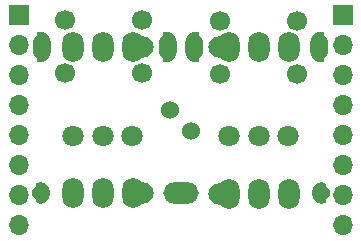
<source format=gbr>
%TF.GenerationSoftware,KiCad,Pcbnew,(6.0.2)*%
%TF.CreationDate,2022-07-09T21:30:07+01:00*%
%TF.ProjectId,universal pcb,756e6976-6572-4736-916c-207063622e6b,rev?*%
%TF.SameCoordinates,Original*%
%TF.FileFunction,Soldermask,Bot*%
%TF.FilePolarity,Negative*%
%FSLAX46Y46*%
G04 Gerber Fmt 4.6, Leading zero omitted, Abs format (unit mm)*
G04 Created by KiCad (PCBNEW (6.0.2)) date 2022-07-09 21:30:07*
%MOMM*%
%LPD*%
G01*
G04 APERTURE LIST*
G04 Aperture macros list*
%AMFreePoly0*
4,1,33,0.278115,1.275951,0.450000,1.199423,0.602218,1.088830,0.728115,0.949007,0.822191,0.786063,0.880333,0.607121,0.900000,0.420000,0.900000,-0.420000,0.880333,-0.607121,0.822191,-0.786063,0.728115,-0.949007,0.602218,-1.088830,0.450000,-1.199423,0.278115,-1.275951,0.094076,-1.315070,-0.094076,-1.315070,-0.278115,-1.275951,-0.450000,-1.199423,-0.602218,-1.088830,-0.728115,-0.949007,
-0.822191,-0.786063,-0.880333,-0.607121,-0.900000,-0.420000,-0.900000,0.420000,-0.880333,0.607121,-0.822191,0.786063,-0.728115,0.949007,-0.602218,1.088830,-0.450000,1.199423,-0.278115,1.275951,-0.094076,1.315070,0.094076,1.315070,0.278115,1.275951,0.278115,1.275951,$1*%
%AMFreePoly1*
4,1,33,0.278115,1.240951,0.450000,1.164423,0.602218,1.053830,0.728115,0.914007,0.822191,0.751063,0.880333,0.572121,0.900000,0.385000,0.900000,-0.385000,0.880333,-0.572121,0.822191,-0.751063,0.728115,-0.914007,0.602218,-1.053830,0.450000,-1.164423,0.278115,-1.240951,0.094076,-1.280070,-0.094076,-1.280070,-0.285000,-1.240000,-0.285000,-0.910828,-0.300000,-0.904615,-0.424264,-0.809264,
-0.519615,-0.685000,-0.579555,-0.540291,-0.600000,-0.385000,-0.600000,0.385000,-0.579555,0.540291,-0.519615,0.685000,-0.424264,0.809264,-0.300000,0.904615,-0.285000,0.910828,-0.285000,1.240000,-0.094076,1.280070,0.094076,1.280070,0.278115,1.240951,0.278115,1.240951,$1*%
%AMFreePoly2*
4,1,33,0.285000,1.240000,0.285000,0.910828,0.300000,0.904615,0.424264,0.809264,0.519615,0.685000,0.579555,0.540291,0.600000,0.385000,0.600000,-0.385000,0.579555,-0.540291,0.519615,-0.685000,0.424264,-0.809264,0.300000,-0.904615,0.285000,-0.910828,0.285000,-1.240000,0.094076,-1.280070,-0.094076,-1.280070,-0.278115,-1.240951,-0.450000,-1.164423,-0.602218,-1.053830,-0.728115,-0.914007,
-0.822191,-0.751063,-0.880333,-0.572121,-0.900000,-0.385000,-0.900000,0.385000,-0.880333,0.572121,-0.822191,0.751063,-0.728115,0.914007,-0.602218,1.053830,-0.450000,1.164423,-0.278115,1.240951,-0.094076,1.280070,0.094076,1.280070,0.285000,1.240000,0.285000,1.240000,$1*%
%AMFreePoly3*
4,1,33,-0.002237,0.887946,0.166826,0.836742,0.280000,0.750000,0.280000,0.527899,0.300000,0.519615,0.424264,0.424264,0.519615,0.300000,0.579555,0.155291,0.600000,0.000000,0.579555,-0.155291,0.519615,-0.300000,0.424264,-0.424264,0.300000,-0.519615,0.280000,-0.527899,0.280000,-0.780000,0.078042,-0.868969,-0.096054,-0.898884,-0.272363,-0.887946,-0.441426,-0.836742,-0.594175,-0.748018,
-0.722417,-0.626534,-0.819271,-0.478806,-0.879544,-0.312759,-0.900000,-0.137300,-0.900000,0.137300,-0.894152,0.231571,-0.852165,0.403156,-0.771831,0.560480,-0.657460,0.695103,-0.515186,0.799805,-0.352642,0.868969,-0.178546,0.898884,-0.002237,0.887946,-0.002237,0.887946,$1*%
G04 Aperture macros list end*
%ADD10C,1.800000*%
%ADD11O,1.800000X2.570000*%
%ADD12FreePoly0,270.000000*%
%ADD13FreePoly1,0.000000*%
%ADD14C,1.700000*%
%ADD15FreePoly0,90.000000*%
%ADD16FreePoly2,0.000000*%
%ADD17O,3.000000X1.800000*%
%ADD18FreePoly3,0.000000*%
%ADD19FreePoly3,180.000000*%
%ADD20C,1.524000*%
%ADD21R,1.700000X1.700000*%
%ADD22O,1.700000X1.700000*%
G04 APERTURE END LIST*
D10*
%TO.C,THONKISWITCHPOT\u002A\u002A*%
X5900000Y-12555000D03*
X8400000Y-12555000D03*
X10900000Y-12555000D03*
D11*
X5860000Y-5055000D03*
X8400000Y-5055000D03*
X10950000Y-5055000D03*
D12*
X11360000Y-5055000D03*
D13*
X13705000Y-5055000D03*
X3095000Y-5055000D03*
D14*
X11700000Y-2755000D03*
X5200000Y-2755000D03*
X11700000Y-7255000D03*
X5200000Y-7255000D03*
%TD*%
D10*
%TO.C,THONKISWITCHPOT\u002A\u002A*%
X24105000Y-12560000D03*
X21605000Y-12560000D03*
X19105000Y-12560000D03*
D11*
X24145000Y-5060000D03*
X21605000Y-5060000D03*
X19055000Y-5060000D03*
D15*
X18645000Y-5060000D03*
D16*
X16300000Y-5060000D03*
X26910000Y-5060000D03*
D14*
X18355000Y-2810000D03*
X24855000Y-2810000D03*
X18355000Y-7310000D03*
X24855000Y-7310000D03*
%TD*%
D17*
%TO.C,THONK*%
X15000000Y-17445000D03*
D18*
X27000000Y-17445000D03*
D19*
X3000000Y-17445000D03*
D11*
X5860000Y-17445000D03*
X24140000Y-17485000D03*
X21600000Y-17485000D03*
X8400000Y-17445000D03*
X19050000Y-17485000D03*
D12*
X11360000Y-17445000D03*
D11*
X10950000Y-17445000D03*
D15*
X18640000Y-17485000D03*
%TD*%
D20*
%TO.C,REF\u002A\u002A*%
X14100000Y-10350000D03*
X15900000Y-12150000D03*
%TD*%
D21*
%TO.C,REF\u002A\u002A*%
X1270000Y-2360000D03*
D22*
X1270000Y-4900000D03*
X1270000Y-7440000D03*
X1270000Y-9980000D03*
X1270000Y-12520000D03*
X1270000Y-15060000D03*
X1270000Y-17600000D03*
X1270000Y-20140000D03*
%TD*%
%TO.C,REF\u002A\u002A*%
X28730000Y-20140000D03*
X28730000Y-17600000D03*
X28730000Y-15060000D03*
X28730000Y-12520000D03*
X28730000Y-9980000D03*
X28730000Y-7440000D03*
X28730000Y-4900000D03*
D21*
X28730000Y-2360000D03*
%TD*%
M02*

</source>
